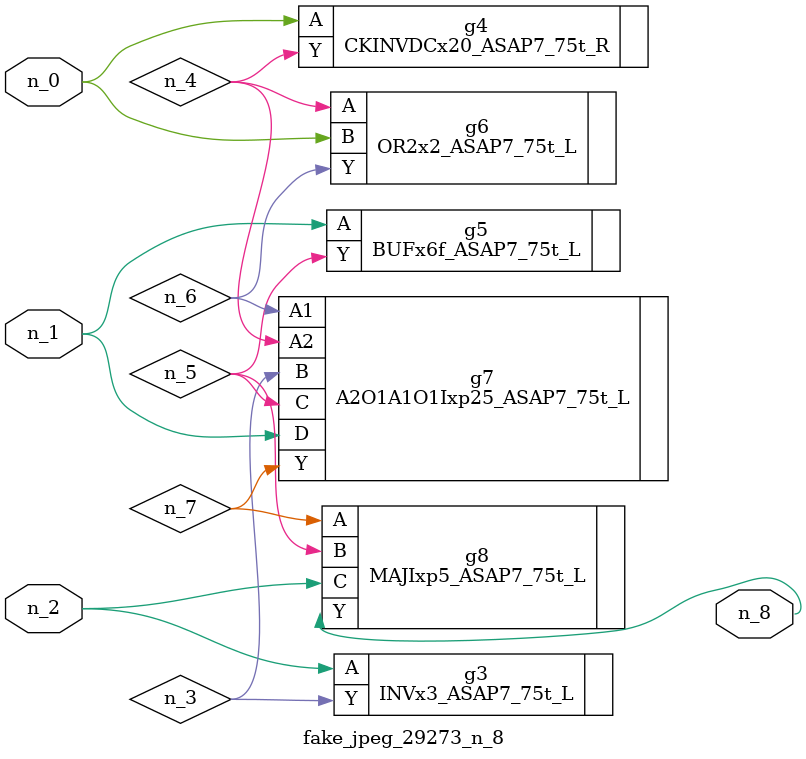
<source format=v>
module fake_jpeg_29273_n_8 (n_0, n_2, n_1, n_8);

input n_0;
input n_2;
input n_1;

output n_8;

wire n_3;
wire n_4;
wire n_6;
wire n_5;
wire n_7;

INVx3_ASAP7_75t_L g3 ( 
.A(n_2),
.Y(n_3)
);

CKINVDCx20_ASAP7_75t_R g4 ( 
.A(n_0),
.Y(n_4)
);

BUFx6f_ASAP7_75t_L g5 ( 
.A(n_1),
.Y(n_5)
);

OR2x2_ASAP7_75t_L g6 ( 
.A(n_4),
.B(n_0),
.Y(n_6)
);

A2O1A1O1Ixp25_ASAP7_75t_L g7 ( 
.A1(n_6),
.A2(n_4),
.B(n_3),
.C(n_5),
.D(n_1),
.Y(n_7)
);

MAJIxp5_ASAP7_75t_L g8 ( 
.A(n_7),
.B(n_5),
.C(n_2),
.Y(n_8)
);


endmodule
</source>
